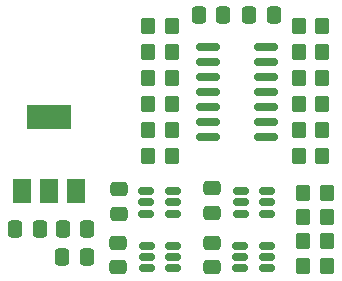
<source format=gbr>
%TF.GenerationSoftware,KiCad,Pcbnew,6.0.11+dfsg-1~bpo11+1*%
%TF.CreationDate,2023-07-05T16:37:14+02:00*%
%TF.ProjectId,aout4rib21,616f7574-3472-4696-9232-312e6b696361,1.1*%
%TF.SameCoordinates,Original*%
%TF.FileFunction,Paste,Top*%
%TF.FilePolarity,Positive*%
%FSLAX46Y46*%
G04 Gerber Fmt 4.6, Leading zero omitted, Abs format (unit mm)*
G04 Created by KiCad (PCBNEW 6.0.11+dfsg-1~bpo11+1) date 2023-07-05 16:37:14*
%MOMM*%
%LPD*%
G01*
G04 APERTURE LIST*
G04 Aperture macros list*
%AMRoundRect*
0 Rectangle with rounded corners*
0 $1 Rounding radius*
0 $2 $3 $4 $5 $6 $7 $8 $9 X,Y pos of 4 corners*
0 Add a 4 corners polygon primitive as box body*
4,1,4,$2,$3,$4,$5,$6,$7,$8,$9,$2,$3,0*
0 Add four circle primitives for the rounded corners*
1,1,$1+$1,$2,$3*
1,1,$1+$1,$4,$5*
1,1,$1+$1,$6,$7*
1,1,$1+$1,$8,$9*
0 Add four rect primitives between the rounded corners*
20,1,$1+$1,$2,$3,$4,$5,0*
20,1,$1+$1,$4,$5,$6,$7,0*
20,1,$1+$1,$6,$7,$8,$9,0*
20,1,$1+$1,$8,$9,$2,$3,0*%
G04 Aperture macros list end*
%ADD10RoundRect,0.250000X-0.350000X-0.450000X0.350000X-0.450000X0.350000X0.450000X-0.350000X0.450000X0*%
%ADD11RoundRect,0.250000X0.350000X0.450000X-0.350000X0.450000X-0.350000X-0.450000X0.350000X-0.450000X0*%
%ADD12RoundRect,0.250000X0.337500X0.475000X-0.337500X0.475000X-0.337500X-0.475000X0.337500X-0.475000X0*%
%ADD13RoundRect,0.150000X-0.512500X-0.150000X0.512500X-0.150000X0.512500X0.150000X-0.512500X0.150000X0*%
%ADD14R,1.500000X2.000000*%
%ADD15R,3.800000X2.000000*%
%ADD16RoundRect,0.150000X-0.825000X-0.150000X0.825000X-0.150000X0.825000X0.150000X-0.825000X0.150000X0*%
%ADD17RoundRect,0.250000X0.475000X-0.337500X0.475000X0.337500X-0.475000X0.337500X-0.475000X-0.337500X0*%
G04 APERTURE END LIST*
D10*
%TO.C,R1*%
X156620000Y-107650000D03*
X158620000Y-107650000D03*
%TD*%
D11*
%TO.C,R11*%
X158250000Y-91600000D03*
X156250000Y-91600000D03*
%TD*%
D10*
%TO.C,R16*%
X156610000Y-109700000D03*
X158610000Y-109700000D03*
%TD*%
D12*
%TO.C,C6*%
X149870000Y-88500000D03*
X147795000Y-88500000D03*
%TD*%
D13*
%TO.C,U5*%
X143352500Y-108030000D03*
X143352500Y-108980000D03*
X143352500Y-109930000D03*
X145627500Y-109930000D03*
X145627500Y-108980000D03*
X145627500Y-108030000D03*
%TD*%
D11*
%TO.C,R10*%
X158250000Y-98200000D03*
X156250000Y-98200000D03*
%TD*%
D10*
%TO.C,R5*%
X143500000Y-98200000D03*
X145500000Y-98200000D03*
%TD*%
D11*
%TO.C,R12*%
X158250000Y-96000000D03*
X156250000Y-96000000D03*
%TD*%
D14*
%TO.C,U2*%
X132800000Y-103400000D03*
D15*
X135100000Y-97100000D03*
D14*
X135100000Y-103400000D03*
X137400000Y-103400000D03*
%TD*%
D16*
%TO.C,U4*%
X148525000Y-91190000D03*
X148525000Y-92460000D03*
X148525000Y-93730000D03*
X148525000Y-95000000D03*
X148525000Y-96270000D03*
X148525000Y-97540000D03*
X148525000Y-98810000D03*
X153475000Y-98810000D03*
X153475000Y-97540000D03*
X153475000Y-96270000D03*
X153475000Y-95000000D03*
X153475000Y-93730000D03*
X153475000Y-92460000D03*
X153475000Y-91190000D03*
%TD*%
D11*
%TO.C,R15*%
X158250000Y-89400000D03*
X156250000Y-89400000D03*
%TD*%
D10*
%TO.C,R3*%
X156620000Y-105600000D03*
X158620000Y-105600000D03*
%TD*%
D12*
%TO.C,C4*%
X134300000Y-106600000D03*
X132225000Y-106600000D03*
%TD*%
D17*
%TO.C,C3*%
X148900000Y-105225000D03*
X148900000Y-103150000D03*
%TD*%
D10*
%TO.C,R8*%
X143500000Y-89400000D03*
X145500000Y-89400000D03*
%TD*%
%TO.C,R9*%
X143500000Y-100400000D03*
X145500000Y-100400000D03*
%TD*%
%TO.C,R7*%
X143500000Y-96000000D03*
X145500000Y-96000000D03*
%TD*%
D11*
%TO.C,R14*%
X158250000Y-100400000D03*
X156250000Y-100400000D03*
%TD*%
D10*
%TO.C,R6*%
X143500000Y-93800000D03*
X145500000Y-93800000D03*
%TD*%
D17*
%TO.C,C10*%
X148860000Y-109845000D03*
X148860000Y-107770000D03*
%TD*%
D12*
%TO.C,C1*%
X138325000Y-106600000D03*
X136250000Y-106600000D03*
%TD*%
D10*
%TO.C,R2*%
X156630000Y-103560000D03*
X158630000Y-103560000D03*
%TD*%
D11*
%TO.C,R13*%
X158250000Y-93800000D03*
X156250000Y-93800000D03*
%TD*%
D13*
%TO.C,U1*%
X143325000Y-103400000D03*
X143325000Y-104350000D03*
X143325000Y-105300000D03*
X145600000Y-105300000D03*
X145600000Y-104350000D03*
X145600000Y-103400000D03*
%TD*%
D10*
%TO.C,R4*%
X143500000Y-91600000D03*
X145500000Y-91600000D03*
%TD*%
D12*
%TO.C,C7*%
X154135000Y-88520000D03*
X152060000Y-88520000D03*
%TD*%
%TO.C,C2*%
X138300000Y-109000000D03*
X136225000Y-109000000D03*
%TD*%
D13*
%TO.C,U3*%
X151312500Y-103400000D03*
X151312500Y-104350000D03*
X151312500Y-105300000D03*
X153587500Y-105300000D03*
X153587500Y-104350000D03*
X153587500Y-103400000D03*
%TD*%
D17*
%TO.C,C8*%
X141000000Y-105300000D03*
X141000000Y-103225000D03*
%TD*%
D13*
%TO.C,U6*%
X151300000Y-108020000D03*
X151300000Y-108970000D03*
X151300000Y-109920000D03*
X153575000Y-109920000D03*
X153575000Y-108970000D03*
X153575000Y-108020000D03*
%TD*%
D17*
%TO.C,C9*%
X140920000Y-109825000D03*
X140920000Y-107750000D03*
%TD*%
M02*

</source>
